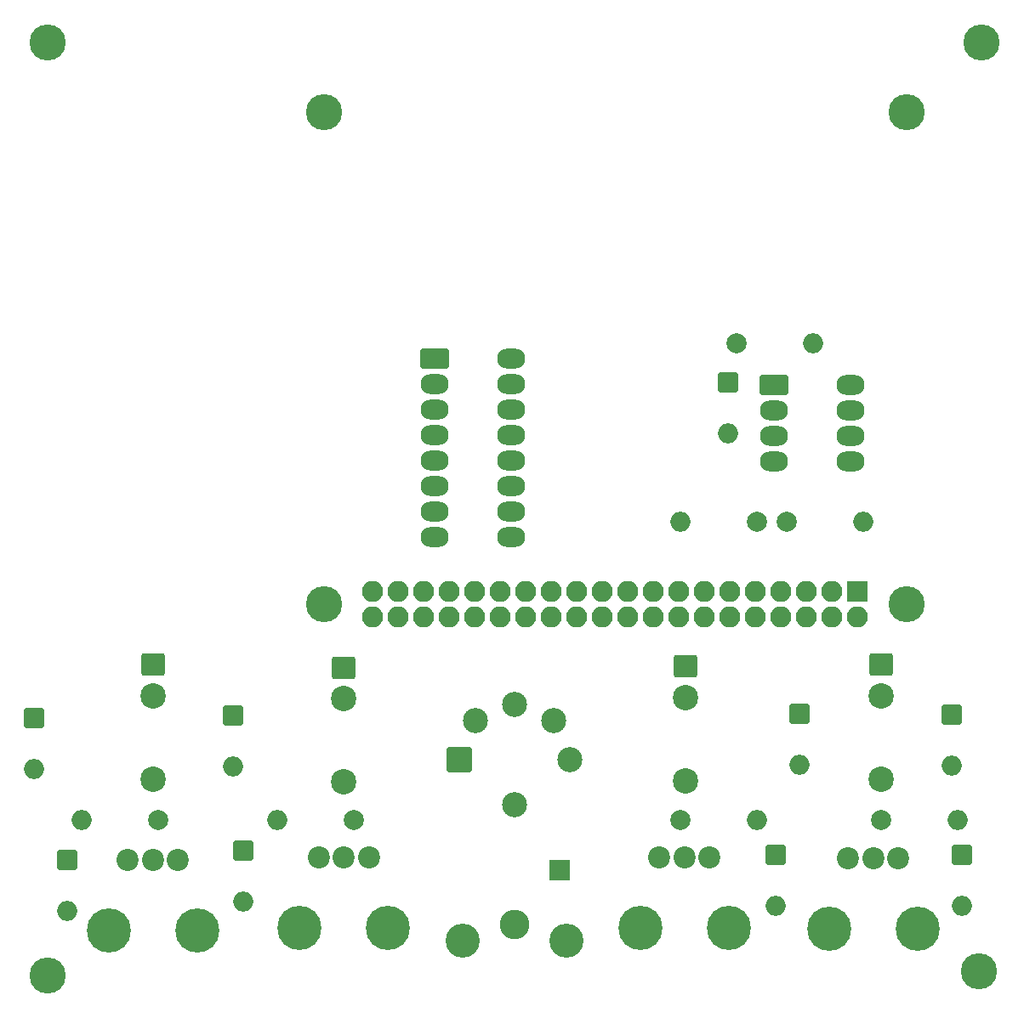
<source format=gbr>
G04 #@! TF.GenerationSoftware,KiCad,Pcbnew,6.0.7*
G04 #@! TF.CreationDate,2022-10-27T17:53:38+13:00*
G04 #@! TF.ProjectId,i_n_c_u_r,695f6e5f-635f-4755-9f72-2e6b69636164,rev?*
G04 #@! TF.SameCoordinates,Original*
G04 #@! TF.FileFunction,Soldermask,Top*
G04 #@! TF.FilePolarity,Negative*
%FSLAX46Y46*%
G04 Gerber Fmt 4.6, Leading zero omitted, Abs format (unit mm)*
G04 Created by KiCad (PCBNEW 6.0.7) date 2022-10-27 17:53:38*
%MOMM*%
%LPD*%
G01*
G04 APERTURE LIST*
G04 Aperture macros list*
%AMRoundRect*
0 Rectangle with rounded corners*
0 $1 Rounding radius*
0 $2 $3 $4 $5 $6 $7 $8 $9 X,Y pos of 4 corners*
0 Add a 4 corners polygon primitive as box body*
4,1,4,$2,$3,$4,$5,$6,$7,$8,$9,$2,$3,0*
0 Add four circle primitives for the rounded corners*
1,1,$1+$1,$2,$3*
1,1,$1+$1,$4,$5*
1,1,$1+$1,$6,$7*
1,1,$1+$1,$8,$9*
0 Add four rect primitives between the rounded corners*
20,1,$1+$1,$2,$3,$4,$5,0*
20,1,$1+$1,$4,$5,$6,$7,0*
20,1,$1+$1,$6,$7,$8,$9,0*
20,1,$1+$1,$8,$9,$2,$3,0*%
G04 Aperture macros list end*
%ADD10RoundRect,0.200000X-0.800000X0.800000X-0.800000X-0.800000X0.800000X-0.800000X0.800000X0.800000X0*%
%ADD11O,2.000000X2.000000*%
%ADD12RoundRect,0.200000X0.965000X0.915000X-0.965000X0.915000X-0.965000X-0.915000X0.965000X-0.915000X0*%
%ADD13C,2.530000*%
%ADD14RoundRect,0.200000X-0.850000X-0.850000X0.850000X-0.850000X0.850000X0.850000X-0.850000X0.850000X0*%
%ADD15C,2.000000*%
%ADD16RoundRect,0.200000X-1.200000X-0.800000X1.200000X-0.800000X1.200000X0.800000X-1.200000X0.800000X0*%
%ADD17O,2.800000X2.000000*%
%ADD18C,3.600000*%
%ADD19RoundRect,0.200000X-1.050000X1.050000X-1.050000X-1.050000X1.050000X-1.050000X1.050000X1.050000X0*%
%ADD20C,2.500000*%
%ADD21C,2.950000*%
%ADD22C,3.400000*%
%ADD23RoundRect,0.200000X-0.850000X0.850000X-0.850000X-0.850000X0.850000X-0.850000X0.850000X0.850000X0*%
%ADD24O,2.100000X2.100000*%
%ADD25C,4.400000*%
%ADD26C,2.200000*%
G04 APERTURE END LIST*
D10*
X72200000Y-110800000D03*
D11*
X72200000Y-115880000D03*
D10*
X75500000Y-125000000D03*
D11*
X75500000Y-130080000D03*
D10*
X92000000Y-110600000D03*
D11*
X92000000Y-115680000D03*
D10*
X93000000Y-124000000D03*
D11*
X93000000Y-129080000D03*
D10*
X148400000Y-110400000D03*
D11*
X148400000Y-115480000D03*
D10*
X146000000Y-124500000D03*
D11*
X146000000Y-129580000D03*
D10*
X163500000Y-110500000D03*
D11*
X163500000Y-115580000D03*
D10*
X164500000Y-124500000D03*
D11*
X164500000Y-129580000D03*
D10*
X141250000Y-77350000D03*
D11*
X141250000Y-82430000D03*
D12*
X84000000Y-105500000D03*
D13*
X84000000Y-116900000D03*
X84000000Y-108600000D03*
D12*
X103000000Y-105800000D03*
D13*
X103000000Y-117200000D03*
X103000000Y-108900000D03*
D12*
X137000000Y-105700000D03*
D13*
X137000000Y-117100000D03*
X137000000Y-108800000D03*
D14*
X124500000Y-126000000D03*
D15*
X84500000Y-121000000D03*
D11*
X76880000Y-121000000D03*
D15*
X104000000Y-121000000D03*
D11*
X96380000Y-121000000D03*
D15*
X136500000Y-121000000D03*
D11*
X144120000Y-121000000D03*
D15*
X156500000Y-121000000D03*
D11*
X164120000Y-121000000D03*
D15*
X144100000Y-91300000D03*
D11*
X136480000Y-91300000D03*
D15*
X142100000Y-73500000D03*
D11*
X149720000Y-73500000D03*
D15*
X147100000Y-91300000D03*
D11*
X154720000Y-91300000D03*
D16*
X112000000Y-75000000D03*
D17*
X112000000Y-77540000D03*
X112000000Y-80080000D03*
X112000000Y-82620000D03*
X112000000Y-85160000D03*
X112000000Y-87700000D03*
X112000000Y-90240000D03*
X112000000Y-92780000D03*
X119620000Y-92780000D03*
X119620000Y-90240000D03*
X119620000Y-87700000D03*
X119620000Y-85160000D03*
X119620000Y-82620000D03*
X119620000Y-80080000D03*
X119620000Y-77540000D03*
X119620000Y-75000000D03*
D16*
X145800000Y-77650000D03*
D17*
X145800000Y-80190000D03*
X145800000Y-82730000D03*
X145800000Y-85270000D03*
X153420000Y-85270000D03*
X153420000Y-82730000D03*
X153420000Y-80190000D03*
X153420000Y-77650000D03*
D18*
X159000000Y-50500000D03*
X159000000Y-99500000D03*
X101000000Y-99500000D03*
X101000000Y-50500000D03*
X73500000Y-43500000D03*
X166500000Y-43500000D03*
X73500000Y-136500000D03*
X166200000Y-136100000D03*
D12*
X156500000Y-105500000D03*
D13*
X156500000Y-116900000D03*
X156500000Y-108600000D03*
D19*
X114500000Y-115000000D03*
D20*
X120000000Y-109500000D03*
X125500000Y-115000000D03*
X116110000Y-111110000D03*
X123890000Y-111110000D03*
X120000000Y-119500000D03*
D21*
X120000000Y-131400000D03*
D22*
X125150000Y-133000000D03*
X114850000Y-133000000D03*
D23*
X154100000Y-98200000D03*
D24*
X154100000Y-100740000D03*
X151560000Y-98200000D03*
X151560000Y-100740000D03*
X149020000Y-98200000D03*
X149020000Y-100740000D03*
X146480000Y-98200000D03*
X146480000Y-100740000D03*
X143940000Y-98200000D03*
X143940000Y-100740000D03*
X141400000Y-98200000D03*
X141400000Y-100740000D03*
X138860000Y-98200000D03*
X138860000Y-100740000D03*
X136320000Y-98200000D03*
X136320000Y-100740000D03*
X133780000Y-98200000D03*
X133780000Y-100740000D03*
X131240000Y-98200000D03*
X131240000Y-100740000D03*
X128700000Y-98200000D03*
X128700000Y-100740000D03*
X126160000Y-98200000D03*
X126160000Y-100740000D03*
X123620000Y-98200000D03*
X123620000Y-100740000D03*
X121080000Y-98200000D03*
X121080000Y-100740000D03*
X118540000Y-98200000D03*
X118540000Y-100740000D03*
X116000000Y-98200000D03*
X116000000Y-100740000D03*
X113460000Y-98200000D03*
X113460000Y-100740000D03*
X110920000Y-98200000D03*
X110920000Y-100740000D03*
X108380000Y-98200000D03*
X108380000Y-100740000D03*
X105840000Y-98200000D03*
X105840000Y-100740000D03*
D25*
X88400000Y-132000000D03*
X79600000Y-132000000D03*
D26*
X81500000Y-125000000D03*
X84000000Y-125000000D03*
X86500000Y-125000000D03*
D25*
X107400000Y-131700000D03*
X98600000Y-131700000D03*
D26*
X100500000Y-124700000D03*
X103000000Y-124700000D03*
X105500000Y-124700000D03*
D25*
X141300000Y-131700000D03*
X132500000Y-131700000D03*
D26*
X134400000Y-124700000D03*
X136900000Y-124700000D03*
X139400000Y-124700000D03*
D25*
X151300000Y-131800000D03*
X160100000Y-131800000D03*
D26*
X153200000Y-124800000D03*
X155700000Y-124800000D03*
X158200000Y-124800000D03*
M02*

</source>
